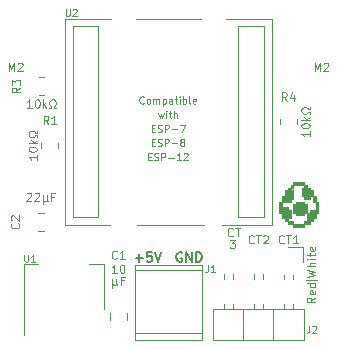
<source format=gto>
G04 #@! TF.GenerationSoftware,KiCad,Pcbnew,(6.0.2)*
G04 #@! TF.CreationDate,2022-09-28T01:57:45+02:00*
G04 #@! TF.ProjectId,Tiny-Power-Meter,54696e79-2d50-46f7-9765-722d4d657465,rev?*
G04 #@! TF.SameCoordinates,Original*
G04 #@! TF.FileFunction,Legend,Top*
G04 #@! TF.FilePolarity,Positive*
%FSLAX46Y46*%
G04 Gerber Fmt 4.6, Leading zero omitted, Abs format (unit mm)*
G04 Created by KiCad (PCBNEW (6.0.2)) date 2022-09-28 01:57:45*
%MOMM*%
%LPD*%
G01*
G04 APERTURE LIST*
%ADD10C,0.120000*%
%ADD11C,0.150000*%
%ADD12C,0.110000*%
%ADD13C,0.100000*%
%ADD14C,0.010000*%
G04 APERTURE END LIST*
D10*
X161675000Y-91200000D02*
X162625000Y-91200000D01*
D11*
X151190476Y-88900000D02*
X151114285Y-88861904D01*
X151000000Y-88861904D01*
X150885714Y-88900000D01*
X150809523Y-88976190D01*
X150771428Y-89052380D01*
X150733333Y-89204761D01*
X150733333Y-89319047D01*
X150771428Y-89471428D01*
X150809523Y-89547619D01*
X150885714Y-89623809D01*
X151000000Y-89661904D01*
X151076190Y-89661904D01*
X151190476Y-89623809D01*
X151228571Y-89585714D01*
X151228571Y-89319047D01*
X151076190Y-89319047D01*
X151571428Y-89661904D02*
X151571428Y-88861904D01*
X152028571Y-89661904D01*
X152028571Y-88861904D01*
X152409523Y-89661904D02*
X152409523Y-88861904D01*
X152600000Y-88861904D01*
X152714285Y-88900000D01*
X152790476Y-88976190D01*
X152828571Y-89052380D01*
X152866666Y-89204761D01*
X152866666Y-89319047D01*
X152828571Y-89471428D01*
X152790476Y-89547619D01*
X152714285Y-89623809D01*
X152600000Y-89661904D01*
X152409523Y-89661904D01*
X147271428Y-89357142D02*
X147880952Y-89357142D01*
X147576190Y-89661904D02*
X147576190Y-89052380D01*
X148642857Y-88861904D02*
X148261904Y-88861904D01*
X148223809Y-89242857D01*
X148261904Y-89204761D01*
X148338095Y-89166666D01*
X148528571Y-89166666D01*
X148604761Y-89204761D01*
X148642857Y-89242857D01*
X148680952Y-89319047D01*
X148680952Y-89509523D01*
X148642857Y-89585714D01*
X148604761Y-89623809D01*
X148528571Y-89661904D01*
X148338095Y-89661904D01*
X148261904Y-89623809D01*
X148223809Y-89585714D01*
X148909523Y-88861904D02*
X149176190Y-89661904D01*
X149442857Y-88861904D01*
D12*
X148628571Y-79557142D02*
X148828571Y-79557142D01*
X148914285Y-79871428D02*
X148628571Y-79871428D01*
X148628571Y-79271428D01*
X148914285Y-79271428D01*
X149142857Y-79842857D02*
X149228571Y-79871428D01*
X149371428Y-79871428D01*
X149428571Y-79842857D01*
X149457142Y-79814285D01*
X149485714Y-79757142D01*
X149485714Y-79700000D01*
X149457142Y-79642857D01*
X149428571Y-79614285D01*
X149371428Y-79585714D01*
X149257142Y-79557142D01*
X149200000Y-79528571D01*
X149171428Y-79500000D01*
X149142857Y-79442857D01*
X149142857Y-79385714D01*
X149171428Y-79328571D01*
X149200000Y-79300000D01*
X149257142Y-79271428D01*
X149400000Y-79271428D01*
X149485714Y-79300000D01*
X149742857Y-79871428D02*
X149742857Y-79271428D01*
X149971428Y-79271428D01*
X150028571Y-79300000D01*
X150057142Y-79328571D01*
X150085714Y-79385714D01*
X150085714Y-79471428D01*
X150057142Y-79528571D01*
X150028571Y-79557142D01*
X149971428Y-79585714D01*
X149742857Y-79585714D01*
X150342857Y-79642857D02*
X150800000Y-79642857D01*
X151171428Y-79528571D02*
X151114285Y-79500000D01*
X151085714Y-79471428D01*
X151057142Y-79414285D01*
X151057142Y-79385714D01*
X151085714Y-79328571D01*
X151114285Y-79300000D01*
X151171428Y-79271428D01*
X151285714Y-79271428D01*
X151342857Y-79300000D01*
X151371428Y-79328571D01*
X151400000Y-79385714D01*
X151400000Y-79414285D01*
X151371428Y-79471428D01*
X151342857Y-79500000D01*
X151285714Y-79528571D01*
X151171428Y-79528571D01*
X151114285Y-79557142D01*
X151085714Y-79585714D01*
X151057142Y-79642857D01*
X151057142Y-79757142D01*
X151085714Y-79814285D01*
X151114285Y-79842857D01*
X151171428Y-79871428D01*
X151285714Y-79871428D01*
X151342857Y-79842857D01*
X151371428Y-79814285D01*
X151400000Y-79757142D01*
X151400000Y-79642857D01*
X151371428Y-79585714D01*
X151342857Y-79557142D01*
X151285714Y-79528571D01*
X149185714Y-77071428D02*
X149300000Y-77471428D01*
X149414285Y-77185714D01*
X149528571Y-77471428D01*
X149642857Y-77071428D01*
X149871428Y-77471428D02*
X149871428Y-77071428D01*
X149871428Y-76871428D02*
X149842857Y-76900000D01*
X149871428Y-76928571D01*
X149900000Y-76900000D01*
X149871428Y-76871428D01*
X149871428Y-76928571D01*
X150071428Y-77071428D02*
X150300000Y-77071428D01*
X150157142Y-76871428D02*
X150157142Y-77385714D01*
X150185714Y-77442857D01*
X150242857Y-77471428D01*
X150300000Y-77471428D01*
X150500000Y-77471428D02*
X150500000Y-76871428D01*
X150757142Y-77471428D02*
X150757142Y-77157142D01*
X150728571Y-77100000D01*
X150671428Y-77071428D01*
X150585714Y-77071428D01*
X150528571Y-77100000D01*
X150500000Y-77128571D01*
X148628571Y-78357142D02*
X148828571Y-78357142D01*
X148914285Y-78671428D02*
X148628571Y-78671428D01*
X148628571Y-78071428D01*
X148914285Y-78071428D01*
X149142857Y-78642857D02*
X149228571Y-78671428D01*
X149371428Y-78671428D01*
X149428571Y-78642857D01*
X149457142Y-78614285D01*
X149485714Y-78557142D01*
X149485714Y-78500000D01*
X149457142Y-78442857D01*
X149428571Y-78414285D01*
X149371428Y-78385714D01*
X149257142Y-78357142D01*
X149200000Y-78328571D01*
X149171428Y-78300000D01*
X149142857Y-78242857D01*
X149142857Y-78185714D01*
X149171428Y-78128571D01*
X149200000Y-78100000D01*
X149257142Y-78071428D01*
X149400000Y-78071428D01*
X149485714Y-78100000D01*
X149742857Y-78671428D02*
X149742857Y-78071428D01*
X149971428Y-78071428D01*
X150028571Y-78100000D01*
X150057142Y-78128571D01*
X150085714Y-78185714D01*
X150085714Y-78271428D01*
X150057142Y-78328571D01*
X150028571Y-78357142D01*
X149971428Y-78385714D01*
X149742857Y-78385714D01*
X150342857Y-78442857D02*
X150800000Y-78442857D01*
X151028571Y-78071428D02*
X151428571Y-78071428D01*
X151171428Y-78671428D01*
X148342857Y-80757142D02*
X148542857Y-80757142D01*
X148628571Y-81071428D02*
X148342857Y-81071428D01*
X148342857Y-80471428D01*
X148628571Y-80471428D01*
X148857142Y-81042857D02*
X148942857Y-81071428D01*
X149085714Y-81071428D01*
X149142857Y-81042857D01*
X149171428Y-81014285D01*
X149200000Y-80957142D01*
X149200000Y-80900000D01*
X149171428Y-80842857D01*
X149142857Y-80814285D01*
X149085714Y-80785714D01*
X148971428Y-80757142D01*
X148914285Y-80728571D01*
X148885714Y-80700000D01*
X148857142Y-80642857D01*
X148857142Y-80585714D01*
X148885714Y-80528571D01*
X148914285Y-80500000D01*
X148971428Y-80471428D01*
X149114285Y-80471428D01*
X149200000Y-80500000D01*
X149457142Y-81071428D02*
X149457142Y-80471428D01*
X149685714Y-80471428D01*
X149742857Y-80500000D01*
X149771428Y-80528571D01*
X149800000Y-80585714D01*
X149800000Y-80671428D01*
X149771428Y-80728571D01*
X149742857Y-80757142D01*
X149685714Y-80785714D01*
X149457142Y-80785714D01*
X150057142Y-80842857D02*
X150514285Y-80842857D01*
X151114285Y-81071428D02*
X150771428Y-81071428D01*
X150942857Y-81071428D02*
X150942857Y-80471428D01*
X150885714Y-80557142D01*
X150828571Y-80614285D01*
X150771428Y-80642857D01*
X151342857Y-80528571D02*
X151371428Y-80500000D01*
X151428571Y-80471428D01*
X151571428Y-80471428D01*
X151628571Y-80500000D01*
X151657142Y-80528571D01*
X151685714Y-80585714D01*
X151685714Y-80642857D01*
X151657142Y-80728571D01*
X151314285Y-81071428D01*
X151685714Y-81071428D01*
X147971428Y-76214285D02*
X147942857Y-76242857D01*
X147857142Y-76271428D01*
X147800000Y-76271428D01*
X147714285Y-76242857D01*
X147657142Y-76185714D01*
X147628571Y-76128571D01*
X147600000Y-76014285D01*
X147600000Y-75928571D01*
X147628571Y-75814285D01*
X147657142Y-75757142D01*
X147714285Y-75700000D01*
X147800000Y-75671428D01*
X147857142Y-75671428D01*
X147942857Y-75700000D01*
X147971428Y-75728571D01*
X148314285Y-76271428D02*
X148257142Y-76242857D01*
X148228571Y-76214285D01*
X148200000Y-76157142D01*
X148200000Y-75985714D01*
X148228571Y-75928571D01*
X148257142Y-75900000D01*
X148314285Y-75871428D01*
X148400000Y-75871428D01*
X148457142Y-75900000D01*
X148485714Y-75928571D01*
X148514285Y-75985714D01*
X148514285Y-76157142D01*
X148485714Y-76214285D01*
X148457142Y-76242857D01*
X148400000Y-76271428D01*
X148314285Y-76271428D01*
X148771428Y-76271428D02*
X148771428Y-75871428D01*
X148771428Y-75928571D02*
X148800000Y-75900000D01*
X148857142Y-75871428D01*
X148942857Y-75871428D01*
X149000000Y-75900000D01*
X149028571Y-75957142D01*
X149028571Y-76271428D01*
X149028571Y-75957142D02*
X149057142Y-75900000D01*
X149114285Y-75871428D01*
X149200000Y-75871428D01*
X149257142Y-75900000D01*
X149285714Y-75957142D01*
X149285714Y-76271428D01*
X149571428Y-75871428D02*
X149571428Y-76471428D01*
X149571428Y-75900000D02*
X149628571Y-75871428D01*
X149742857Y-75871428D01*
X149800000Y-75900000D01*
X149828571Y-75928571D01*
X149857142Y-75985714D01*
X149857142Y-76157142D01*
X149828571Y-76214285D01*
X149800000Y-76242857D01*
X149742857Y-76271428D01*
X149628571Y-76271428D01*
X149571428Y-76242857D01*
X150371428Y-76271428D02*
X150371428Y-75957142D01*
X150342857Y-75900000D01*
X150285714Y-75871428D01*
X150171428Y-75871428D01*
X150114285Y-75900000D01*
X150371428Y-76242857D02*
X150314285Y-76271428D01*
X150171428Y-76271428D01*
X150114285Y-76242857D01*
X150085714Y-76185714D01*
X150085714Y-76128571D01*
X150114285Y-76071428D01*
X150171428Y-76042857D01*
X150314285Y-76042857D01*
X150371428Y-76014285D01*
X150571428Y-75871428D02*
X150800000Y-75871428D01*
X150657142Y-75671428D02*
X150657142Y-76185714D01*
X150685714Y-76242857D01*
X150742857Y-76271428D01*
X150800000Y-76271428D01*
X151000000Y-76271428D02*
X151000000Y-75871428D01*
X151000000Y-75671428D02*
X150971428Y-75700000D01*
X151000000Y-75728571D01*
X151028571Y-75700000D01*
X151000000Y-75671428D01*
X151000000Y-75728571D01*
X151285714Y-76271428D02*
X151285714Y-75671428D01*
X151285714Y-75900000D02*
X151342857Y-75871428D01*
X151457142Y-75871428D01*
X151514285Y-75900000D01*
X151542857Y-75928571D01*
X151571428Y-75985714D01*
X151571428Y-76157142D01*
X151542857Y-76214285D01*
X151514285Y-76242857D01*
X151457142Y-76271428D01*
X151342857Y-76271428D01*
X151285714Y-76242857D01*
X151914285Y-76271428D02*
X151857142Y-76242857D01*
X151828571Y-76185714D01*
X151828571Y-75671428D01*
X152371428Y-76242857D02*
X152314285Y-76271428D01*
X152200000Y-76271428D01*
X152142857Y-76242857D01*
X152114285Y-76185714D01*
X152114285Y-75957142D01*
X152142857Y-75900000D01*
X152200000Y-75871428D01*
X152314285Y-75871428D01*
X152371428Y-75900000D01*
X152400000Y-75957142D01*
X152400000Y-76014285D01*
X152114285Y-76071428D01*
D10*
X137350000Y-86416666D02*
X137383333Y-86450000D01*
X137416666Y-86550000D01*
X137416666Y-86616666D01*
X137383333Y-86716666D01*
X137316666Y-86783333D01*
X137250000Y-86816666D01*
X137116666Y-86850000D01*
X137016666Y-86850000D01*
X136883333Y-86816666D01*
X136816666Y-86783333D01*
X136750000Y-86716666D01*
X136716666Y-86616666D01*
X136716666Y-86550000D01*
X136750000Y-86450000D01*
X136783333Y-86416666D01*
X136783333Y-86150000D02*
X136750000Y-86116666D01*
X136716666Y-86050000D01*
X136716666Y-85883333D01*
X136750000Y-85816666D01*
X136783333Y-85783333D01*
X136850000Y-85750000D01*
X136916666Y-85750000D01*
X137016666Y-85783333D01*
X137416666Y-86183333D01*
X137416666Y-85750000D01*
X138050000Y-83883333D02*
X138083333Y-83850000D01*
X138150000Y-83816666D01*
X138316666Y-83816666D01*
X138383333Y-83850000D01*
X138416666Y-83883333D01*
X138450000Y-83950000D01*
X138450000Y-84016666D01*
X138416666Y-84116666D01*
X138016666Y-84516666D01*
X138450000Y-84516666D01*
X138716666Y-83883333D02*
X138750000Y-83850000D01*
X138816666Y-83816666D01*
X138983333Y-83816666D01*
X139050000Y-83850000D01*
X139083333Y-83883333D01*
X139116666Y-83950000D01*
X139116666Y-84016666D01*
X139083333Y-84116666D01*
X138683333Y-84516666D01*
X139116666Y-84516666D01*
X139416666Y-84050000D02*
X139416666Y-84750000D01*
X139750000Y-84416666D02*
X139783333Y-84483333D01*
X139850000Y-84516666D01*
X139416666Y-84416666D02*
X139450000Y-84483333D01*
X139516666Y-84516666D01*
X139650000Y-84516666D01*
X139716666Y-84483333D01*
X139750000Y-84416666D01*
X139750000Y-84050000D01*
X140383333Y-84150000D02*
X140150000Y-84150000D01*
X140150000Y-84516666D02*
X140150000Y-83816666D01*
X140483333Y-83816666D01*
X137516666Y-74916666D02*
X137183333Y-75150000D01*
X137516666Y-75316666D02*
X136816666Y-75316666D01*
X136816666Y-75050000D01*
X136850000Y-74983333D01*
X136883333Y-74950000D01*
X136950000Y-74916666D01*
X137050000Y-74916666D01*
X137116666Y-74950000D01*
X137150000Y-74983333D01*
X137183333Y-75050000D01*
X137183333Y-75316666D01*
X136816666Y-74683333D02*
X136816666Y-74250000D01*
X137083333Y-74483333D01*
X137083333Y-74383333D01*
X137116666Y-74316666D01*
X137150000Y-74283333D01*
X137216666Y-74250000D01*
X137383333Y-74250000D01*
X137450000Y-74283333D01*
X137483333Y-74316666D01*
X137516666Y-74383333D01*
X137516666Y-74583333D01*
X137483333Y-74650000D01*
X137450000Y-74683333D01*
X138483333Y-76616666D02*
X138083333Y-76616666D01*
X138283333Y-76616666D02*
X138283333Y-75916666D01*
X138216666Y-76016666D01*
X138150000Y-76083333D01*
X138083333Y-76116666D01*
X138916666Y-75916666D02*
X138983333Y-75916666D01*
X139050000Y-75950000D01*
X139083333Y-75983333D01*
X139116666Y-76050000D01*
X139150000Y-76183333D01*
X139150000Y-76350000D01*
X139116666Y-76483333D01*
X139083333Y-76550000D01*
X139050000Y-76583333D01*
X138983333Y-76616666D01*
X138916666Y-76616666D01*
X138850000Y-76583333D01*
X138816666Y-76550000D01*
X138783333Y-76483333D01*
X138750000Y-76350000D01*
X138750000Y-76183333D01*
X138783333Y-76050000D01*
X138816666Y-75983333D01*
X138850000Y-75950000D01*
X138916666Y-75916666D01*
X139450000Y-76616666D02*
X139450000Y-75916666D01*
X139516666Y-76350000D02*
X139716666Y-76616666D01*
X139716666Y-76150000D02*
X139450000Y-76416666D01*
X139983333Y-76616666D02*
X140150000Y-76616666D01*
X140150000Y-76483333D01*
X140083333Y-76450000D01*
X140016666Y-76383333D01*
X139983333Y-76283333D01*
X139983333Y-76116666D01*
X140016666Y-76016666D01*
X140083333Y-75950000D01*
X140183333Y-75916666D01*
X140316666Y-75916666D01*
X140416666Y-75950000D01*
X140483333Y-76016666D01*
X140516666Y-76116666D01*
X140516666Y-76283333D01*
X140483333Y-76383333D01*
X140416666Y-76450000D01*
X140350000Y-76483333D01*
X140350000Y-76616666D01*
X140516666Y-76616666D01*
X160083333Y-76016666D02*
X159850000Y-75683333D01*
X159683333Y-76016666D02*
X159683333Y-75316666D01*
X159950000Y-75316666D01*
X160016666Y-75350000D01*
X160050000Y-75383333D01*
X160083333Y-75450000D01*
X160083333Y-75550000D01*
X160050000Y-75616666D01*
X160016666Y-75650000D01*
X159950000Y-75683333D01*
X159683333Y-75683333D01*
X160683333Y-75550000D02*
X160683333Y-76016666D01*
X160516666Y-75283333D02*
X160350000Y-75783333D01*
X160783333Y-75783333D01*
X162016666Y-78616666D02*
X162016666Y-79016666D01*
X162016666Y-78816666D02*
X161316666Y-78816666D01*
X161416666Y-78883333D01*
X161483333Y-78950000D01*
X161516666Y-79016666D01*
X161316666Y-78183333D02*
X161316666Y-78116666D01*
X161350000Y-78050000D01*
X161383333Y-78016666D01*
X161450000Y-77983333D01*
X161583333Y-77950000D01*
X161750000Y-77950000D01*
X161883333Y-77983333D01*
X161950000Y-78016666D01*
X161983333Y-78050000D01*
X162016666Y-78116666D01*
X162016666Y-78183333D01*
X161983333Y-78250000D01*
X161950000Y-78283333D01*
X161883333Y-78316666D01*
X161750000Y-78350000D01*
X161583333Y-78350000D01*
X161450000Y-78316666D01*
X161383333Y-78283333D01*
X161350000Y-78250000D01*
X161316666Y-78183333D01*
X162016666Y-77650000D02*
X161316666Y-77650000D01*
X161750000Y-77583333D02*
X162016666Y-77383333D01*
X161550000Y-77383333D02*
X161816666Y-77650000D01*
X162016666Y-77116666D02*
X162016666Y-76950000D01*
X161883333Y-76950000D01*
X161850000Y-77016666D01*
X161783333Y-77083333D01*
X161683333Y-77116666D01*
X161516666Y-77116666D01*
X161416666Y-77083333D01*
X161350000Y-77016666D01*
X161316666Y-76916666D01*
X161316666Y-76783333D01*
X161350000Y-76683333D01*
X161416666Y-76616666D01*
X161516666Y-76583333D01*
X161683333Y-76583333D01*
X161783333Y-76616666D01*
X161850000Y-76683333D01*
X161883333Y-76750000D01*
X162016666Y-76750000D01*
X162016666Y-76583333D01*
X139883333Y-78016666D02*
X139650000Y-77683333D01*
X139483333Y-78016666D02*
X139483333Y-77316666D01*
X139750000Y-77316666D01*
X139816666Y-77350000D01*
X139850000Y-77383333D01*
X139883333Y-77450000D01*
X139883333Y-77550000D01*
X139850000Y-77616666D01*
X139816666Y-77650000D01*
X139750000Y-77683333D01*
X139483333Y-77683333D01*
X140550000Y-78016666D02*
X140150000Y-78016666D01*
X140350000Y-78016666D02*
X140350000Y-77316666D01*
X140283333Y-77416666D01*
X140216666Y-77483333D01*
X140150000Y-77516666D01*
X138916666Y-80616666D02*
X138916666Y-81016666D01*
X138916666Y-80816666D02*
X138216666Y-80816666D01*
X138316666Y-80883333D01*
X138383333Y-80950000D01*
X138416666Y-81016666D01*
X138216666Y-80183333D02*
X138216666Y-80116666D01*
X138250000Y-80050000D01*
X138283333Y-80016666D01*
X138350000Y-79983333D01*
X138483333Y-79950000D01*
X138650000Y-79950000D01*
X138783333Y-79983333D01*
X138850000Y-80016666D01*
X138883333Y-80050000D01*
X138916666Y-80116666D01*
X138916666Y-80183333D01*
X138883333Y-80250000D01*
X138850000Y-80283333D01*
X138783333Y-80316666D01*
X138650000Y-80350000D01*
X138483333Y-80350000D01*
X138350000Y-80316666D01*
X138283333Y-80283333D01*
X138250000Y-80250000D01*
X138216666Y-80183333D01*
X138916666Y-79650000D02*
X138216666Y-79650000D01*
X138650000Y-79583333D02*
X138916666Y-79383333D01*
X138450000Y-79383333D02*
X138716666Y-79650000D01*
X138916666Y-79116666D02*
X138916666Y-78950000D01*
X138783333Y-78950000D01*
X138750000Y-79016666D01*
X138683333Y-79083333D01*
X138583333Y-79116666D01*
X138416666Y-79116666D01*
X138316666Y-79083333D01*
X138250000Y-79016666D01*
X138216666Y-78916666D01*
X138216666Y-78783333D01*
X138250000Y-78683333D01*
X138316666Y-78616666D01*
X138416666Y-78583333D01*
X138583333Y-78583333D01*
X138683333Y-78616666D01*
X138750000Y-78683333D01*
X138783333Y-78750000D01*
X138916666Y-78750000D01*
X138916666Y-78583333D01*
D13*
X137842857Y-89071428D02*
X137842857Y-89557142D01*
X137871428Y-89614285D01*
X137900000Y-89642857D01*
X137957142Y-89671428D01*
X138071428Y-89671428D01*
X138128571Y-89642857D01*
X138157142Y-89614285D01*
X138185714Y-89557142D01*
X138185714Y-89071428D01*
X138785714Y-89671428D02*
X138442857Y-89671428D01*
X138614285Y-89671428D02*
X138614285Y-89071428D01*
X138557142Y-89157142D01*
X138500000Y-89214285D01*
X138442857Y-89242857D01*
X153400000Y-89971428D02*
X153400000Y-90400000D01*
X153371428Y-90485714D01*
X153314285Y-90542857D01*
X153228571Y-90571428D01*
X153171428Y-90571428D01*
X154000000Y-90571428D02*
X153657142Y-90571428D01*
X153828571Y-90571428D02*
X153828571Y-89971428D01*
X153771428Y-90057142D01*
X153714285Y-90114285D01*
X153657142Y-90142857D01*
D10*
X145683333Y-89350000D02*
X145650000Y-89383333D01*
X145550000Y-89416666D01*
X145483333Y-89416666D01*
X145383333Y-89383333D01*
X145316666Y-89316666D01*
X145283333Y-89250000D01*
X145250000Y-89116666D01*
X145250000Y-89016666D01*
X145283333Y-88883333D01*
X145316666Y-88816666D01*
X145383333Y-88750000D01*
X145483333Y-88716666D01*
X145550000Y-88716666D01*
X145650000Y-88750000D01*
X145683333Y-88783333D01*
X146350000Y-89416666D02*
X145950000Y-89416666D01*
X146150000Y-89416666D02*
X146150000Y-88716666D01*
X146083333Y-88816666D01*
X146016666Y-88883333D01*
X145950000Y-88916666D01*
X145666666Y-90616666D02*
X145266666Y-90616666D01*
X145466666Y-90616666D02*
X145466666Y-89916666D01*
X145400000Y-90016666D01*
X145333333Y-90083333D01*
X145266666Y-90116666D01*
X146100000Y-89916666D02*
X146166666Y-89916666D01*
X146233333Y-89950000D01*
X146266666Y-89983333D01*
X146300000Y-90050000D01*
X146333333Y-90183333D01*
X146333333Y-90350000D01*
X146300000Y-90483333D01*
X146266666Y-90550000D01*
X146233333Y-90583333D01*
X146166666Y-90616666D01*
X146100000Y-90616666D01*
X146033333Y-90583333D01*
X146000000Y-90550000D01*
X145966666Y-90483333D01*
X145933333Y-90350000D01*
X145933333Y-90183333D01*
X145966666Y-90050000D01*
X146000000Y-89983333D01*
X146033333Y-89950000D01*
X146100000Y-89916666D01*
X145300000Y-91150000D02*
X145300000Y-91850000D01*
X145633333Y-91516666D02*
X145666666Y-91583333D01*
X145733333Y-91616666D01*
X145300000Y-91516666D02*
X145333333Y-91583333D01*
X145400000Y-91616666D01*
X145533333Y-91616666D01*
X145600000Y-91583333D01*
X145633333Y-91516666D01*
X145633333Y-91150000D01*
X146266666Y-91250000D02*
X146033333Y-91250000D01*
X146033333Y-91616666D02*
X146033333Y-90916666D01*
X146366666Y-90916666D01*
D13*
X141342857Y-68271428D02*
X141342857Y-68757142D01*
X141371428Y-68814285D01*
X141400000Y-68842857D01*
X141457142Y-68871428D01*
X141571428Y-68871428D01*
X141628571Y-68842857D01*
X141657142Y-68814285D01*
X141685714Y-68757142D01*
X141685714Y-68271428D01*
X141942857Y-68328571D02*
X141971428Y-68300000D01*
X142028571Y-68271428D01*
X142171428Y-68271428D01*
X142228571Y-68300000D01*
X142257142Y-68328571D01*
X142285714Y-68385714D01*
X142285714Y-68442857D01*
X142257142Y-68528571D01*
X141914285Y-68871428D01*
X142285714Y-68871428D01*
X161975000Y-95071428D02*
X161975000Y-95500000D01*
X161946428Y-95585714D01*
X161889285Y-95642857D01*
X161803571Y-95671428D01*
X161746428Y-95671428D01*
X162232142Y-95128571D02*
X162260714Y-95100000D01*
X162317857Y-95071428D01*
X162460714Y-95071428D01*
X162517857Y-95100000D01*
X162546428Y-95128571D01*
X162575000Y-95185714D01*
X162575000Y-95242857D01*
X162546428Y-95328571D01*
X162203571Y-95671428D01*
X162575000Y-95671428D01*
D10*
X159816666Y-88050000D02*
X159783333Y-88083333D01*
X159683333Y-88116666D01*
X159616666Y-88116666D01*
X159516666Y-88083333D01*
X159450000Y-88016666D01*
X159416666Y-87950000D01*
X159383333Y-87816666D01*
X159383333Y-87716666D01*
X159416666Y-87583333D01*
X159450000Y-87516666D01*
X159516666Y-87450000D01*
X159616666Y-87416666D01*
X159683333Y-87416666D01*
X159783333Y-87450000D01*
X159816666Y-87483333D01*
X160016666Y-87416666D02*
X160416666Y-87416666D01*
X160216666Y-88116666D02*
X160216666Y-87416666D01*
X161016666Y-88116666D02*
X160616666Y-88116666D01*
X160816666Y-88116666D02*
X160816666Y-87416666D01*
X160750000Y-87516666D01*
X160683333Y-87583333D01*
X160616666Y-87616666D01*
X155266666Y-87816666D02*
X155700000Y-87816666D01*
X155466666Y-88083333D01*
X155566666Y-88083333D01*
X155633333Y-88116666D01*
X155666666Y-88150000D01*
X155700000Y-88216666D01*
X155700000Y-88383333D01*
X155666666Y-88450000D01*
X155633333Y-88483333D01*
X155566666Y-88516666D01*
X155366666Y-88516666D01*
X155300000Y-88483333D01*
X155266666Y-88450000D01*
X162491666Y-92700000D02*
X162158333Y-92933333D01*
X162491666Y-93100000D02*
X161791666Y-93100000D01*
X161791666Y-92833333D01*
X161825000Y-92766666D01*
X161858333Y-92733333D01*
X161925000Y-92700000D01*
X162025000Y-92700000D01*
X162091666Y-92733333D01*
X162125000Y-92766666D01*
X162158333Y-92833333D01*
X162158333Y-93100000D01*
X162458333Y-92133333D02*
X162491666Y-92200000D01*
X162491666Y-92333333D01*
X162458333Y-92400000D01*
X162391666Y-92433333D01*
X162125000Y-92433333D01*
X162058333Y-92400000D01*
X162025000Y-92333333D01*
X162025000Y-92200000D01*
X162058333Y-92133333D01*
X162125000Y-92100000D01*
X162191666Y-92100000D01*
X162258333Y-92433333D01*
X162491666Y-91500000D02*
X161791666Y-91500000D01*
X162458333Y-91500000D02*
X162491666Y-91566666D01*
X162491666Y-91700000D01*
X162458333Y-91766666D01*
X162425000Y-91800000D01*
X162358333Y-91833333D01*
X162158333Y-91833333D01*
X162091666Y-91800000D01*
X162058333Y-91766666D01*
X162025000Y-91700000D01*
X162025000Y-91566666D01*
X162058333Y-91500000D01*
X157276666Y-88050000D02*
X157243333Y-88083333D01*
X157143333Y-88116666D01*
X157076666Y-88116666D01*
X156976666Y-88083333D01*
X156910000Y-88016666D01*
X156876666Y-87950000D01*
X156843333Y-87816666D01*
X156843333Y-87716666D01*
X156876666Y-87583333D01*
X156910000Y-87516666D01*
X156976666Y-87450000D01*
X157076666Y-87416666D01*
X157143333Y-87416666D01*
X157243333Y-87450000D01*
X157276666Y-87483333D01*
X157476666Y-87416666D02*
X157876666Y-87416666D01*
X157676666Y-88116666D02*
X157676666Y-87416666D01*
X158076666Y-87483333D02*
X158110000Y-87450000D01*
X158176666Y-87416666D01*
X158343333Y-87416666D01*
X158410000Y-87450000D01*
X158443333Y-87483333D01*
X158476666Y-87550000D01*
X158476666Y-87616666D01*
X158443333Y-87716666D01*
X158043333Y-88116666D01*
X158476666Y-88116666D01*
X161791666Y-90933333D02*
X162491666Y-90766666D01*
X161991666Y-90633333D01*
X162491666Y-90500000D01*
X161791666Y-90333333D01*
X162491666Y-90066666D02*
X161791666Y-90066666D01*
X162491666Y-89766666D02*
X162125000Y-89766666D01*
X162058333Y-89800000D01*
X162025000Y-89866666D01*
X162025000Y-89966666D01*
X162058333Y-90033333D01*
X162091666Y-90066666D01*
X162491666Y-89433333D02*
X162025000Y-89433333D01*
X161791666Y-89433333D02*
X161825000Y-89466666D01*
X161858333Y-89433333D01*
X161825000Y-89400000D01*
X161791666Y-89433333D01*
X161858333Y-89433333D01*
X162025000Y-89200000D02*
X162025000Y-88933333D01*
X161791666Y-89100000D02*
X162391666Y-89100000D01*
X162458333Y-89066666D01*
X162491666Y-89000000D01*
X162491666Y-88933333D01*
X162458333Y-88433333D02*
X162491666Y-88500000D01*
X162491666Y-88633333D01*
X162458333Y-88700000D01*
X162391666Y-88733333D01*
X162125000Y-88733333D01*
X162058333Y-88700000D01*
X162025000Y-88633333D01*
X162025000Y-88500000D01*
X162058333Y-88433333D01*
X162125000Y-88400000D01*
X162191666Y-88400000D01*
X162258333Y-88733333D01*
X155505000Y-87450000D02*
X155471666Y-87483333D01*
X155371666Y-87516666D01*
X155305000Y-87516666D01*
X155205000Y-87483333D01*
X155138333Y-87416666D01*
X155105000Y-87350000D01*
X155071666Y-87216666D01*
X155071666Y-87116666D01*
X155105000Y-86983333D01*
X155138333Y-86916666D01*
X155205000Y-86850000D01*
X155305000Y-86816666D01*
X155371666Y-86816666D01*
X155471666Y-86850000D01*
X155505000Y-86883333D01*
X155705000Y-86816666D02*
X156105000Y-86816666D01*
X155905000Y-87516666D02*
X155905000Y-86816666D01*
X162433333Y-73516666D02*
X162433333Y-72816666D01*
X162666666Y-73316666D01*
X162900000Y-72816666D01*
X162900000Y-73516666D01*
X163200000Y-72883333D02*
X163233333Y-72850000D01*
X163300000Y-72816666D01*
X163466666Y-72816666D01*
X163533333Y-72850000D01*
X163566666Y-72883333D01*
X163600000Y-72950000D01*
X163600000Y-73016666D01*
X163566666Y-73116666D01*
X163166666Y-73516666D01*
X163600000Y-73516666D01*
X136533333Y-73516666D02*
X136533333Y-72816666D01*
X136766666Y-73316666D01*
X137000000Y-72816666D01*
X137000000Y-73516666D01*
X137300000Y-72883333D02*
X137333333Y-72850000D01*
X137400000Y-72816666D01*
X137566666Y-72816666D01*
X137633333Y-72850000D01*
X137666666Y-72883333D01*
X137700000Y-72950000D01*
X137700000Y-73016666D01*
X137666666Y-73116666D01*
X137266666Y-73516666D01*
X137700000Y-73516666D01*
X139511252Y-87035000D02*
X138988748Y-87035000D01*
X139511252Y-85565000D02*
X138988748Y-85565000D01*
X139072936Y-74065000D02*
X139527064Y-74065000D01*
X139072936Y-75535000D02*
X139527064Y-75535000D01*
X159465000Y-78027064D02*
X159465000Y-77572936D01*
X160935000Y-78027064D02*
X160935000Y-77572936D01*
X140735000Y-80027064D02*
X140735000Y-79572936D01*
X139265000Y-80027064D02*
X139265000Y-79572936D01*
X144610000Y-93650000D02*
X144610000Y-89890000D01*
X144610000Y-89890000D02*
X143350000Y-89890000D01*
X137790000Y-89890000D02*
X139050000Y-89890000D01*
X137790000Y-95900000D02*
X137790000Y-89890000D01*
X147240000Y-90400000D02*
X152900000Y-90400000D01*
X147240000Y-95700000D02*
X152900000Y-95700000D01*
X147240000Y-89940000D02*
X152900000Y-89940000D01*
X147240000Y-89940000D02*
X147240000Y-96260000D01*
X152900000Y-89940000D02*
X152900000Y-96260000D01*
X147240000Y-96260000D02*
X152900000Y-96260000D01*
X145065000Y-94561252D02*
X145065000Y-94038748D01*
X146535000Y-94561252D02*
X146535000Y-94038748D01*
X152795000Y-69080000D02*
X147295000Y-69080000D01*
X155985000Y-69700500D02*
X155985000Y-85840000D01*
X144105000Y-69700500D02*
X144105000Y-85840000D01*
X145195000Y-69080000D02*
X141295000Y-69080000D01*
X155985000Y-85840000D02*
X158105000Y-85840000D01*
X155985000Y-69700500D02*
X158105000Y-69700500D01*
X158795000Y-86530000D02*
X158795000Y-69080000D01*
X141985000Y-85840000D02*
X144105000Y-85840000D01*
X158795000Y-86530000D02*
X154595000Y-86530000D01*
X158795000Y-69080000D02*
X154895000Y-69080000D01*
X145095000Y-86530000D02*
X141295000Y-86530000D01*
X141295000Y-86530000D02*
X141295000Y-69080000D01*
X153095000Y-86530000D02*
X147395000Y-86530000D01*
X158105000Y-69700500D02*
X158105000Y-85840000D01*
X141985000Y-69700500D02*
X144105000Y-69700500D01*
X141985000Y-69700500D02*
X141985000Y-85840000D01*
D14*
X160630100Y-83396650D02*
X160395150Y-83396650D01*
X160395150Y-83396650D02*
X160395150Y-83161700D01*
X160395150Y-83161700D02*
X160630100Y-83161700D01*
X160630100Y-83161700D02*
X160630100Y-83396650D01*
X160630100Y-83396650D02*
X160630100Y-83396650D01*
G36*
X160630100Y-83396650D02*
G01*
X160395150Y-83396650D01*
X160395150Y-83161700D01*
X160630100Y-83161700D01*
X160630100Y-83396650D01*
G37*
X160630100Y-83396650D02*
X160395150Y-83396650D01*
X160395150Y-83161700D01*
X160630100Y-83161700D01*
X160630100Y-83396650D01*
X160395150Y-83631600D02*
X160630100Y-83631600D01*
X160630100Y-83631600D02*
X160630100Y-84336450D01*
X160630100Y-84336450D02*
X160395150Y-84336450D01*
X160395150Y-84336450D02*
X160395150Y-84571400D01*
X160395150Y-84571400D02*
X159690300Y-84571400D01*
X159690300Y-84571400D02*
X159690300Y-84101500D01*
X159690300Y-84101500D02*
X159925250Y-84101500D01*
X159925250Y-84101500D02*
X159925250Y-83631600D01*
X159925250Y-83631600D02*
X160160200Y-83631600D01*
X160160200Y-83631600D02*
X160160200Y-83396650D01*
X160160200Y-83396650D02*
X160395150Y-83396650D01*
X160395150Y-83396650D02*
X160395150Y-83631600D01*
X160395150Y-83631600D02*
X160395150Y-83631600D01*
G36*
X160395150Y-83631600D02*
G01*
X160630100Y-83631600D01*
X160630100Y-84336450D01*
X160395150Y-84336450D01*
X160395150Y-84571400D01*
X159690300Y-84571400D01*
X159690300Y-84101500D01*
X159925250Y-84101500D01*
X159925250Y-83631600D01*
X160160200Y-83631600D01*
X160160200Y-83396650D01*
X160395150Y-83396650D01*
X160395150Y-83631600D01*
G37*
X160395150Y-83631600D02*
X160630100Y-83631600D01*
X160630100Y-84336450D01*
X160395150Y-84336450D01*
X160395150Y-84571400D01*
X159690300Y-84571400D01*
X159690300Y-84101500D01*
X159925250Y-84101500D01*
X159925250Y-83631600D01*
X160160200Y-83631600D01*
X160160200Y-83396650D01*
X160395150Y-83396650D01*
X160395150Y-83631600D01*
X160630100Y-86451000D02*
X160160200Y-86451000D01*
X160160200Y-86451000D02*
X160160200Y-86216050D01*
X160160200Y-86216050D02*
X160630100Y-86216050D01*
X160630100Y-86216050D02*
X160630100Y-86451000D01*
X160630100Y-86451000D02*
X160630100Y-86451000D01*
G36*
X160630100Y-86451000D02*
G01*
X160160200Y-86451000D01*
X160160200Y-86216050D01*
X160630100Y-86216050D01*
X160630100Y-86451000D01*
G37*
X160630100Y-86451000D02*
X160160200Y-86451000D01*
X160160200Y-86216050D01*
X160630100Y-86216050D01*
X160630100Y-86451000D01*
X161569900Y-86685950D02*
X160630100Y-86685950D01*
X160630100Y-86685950D02*
X160630100Y-86451000D01*
X160630100Y-86451000D02*
X161569900Y-86451000D01*
X161569900Y-86451000D02*
X161569900Y-86685950D01*
X161569900Y-86685950D02*
X161569900Y-86685950D01*
G36*
X161569900Y-86685950D02*
G01*
X160630100Y-86685950D01*
X160630100Y-86451000D01*
X161569900Y-86451000D01*
X161569900Y-86685950D01*
G37*
X161569900Y-86685950D02*
X160630100Y-86685950D01*
X160630100Y-86451000D01*
X161569900Y-86451000D01*
X161569900Y-86685950D01*
X161569900Y-84806350D02*
X161804850Y-84806350D01*
X161804850Y-84806350D02*
X161804850Y-85511200D01*
X161804850Y-85511200D02*
X161569900Y-85511200D01*
X161569900Y-85511200D02*
X161569900Y-85746150D01*
X161569900Y-85746150D02*
X160865050Y-85746150D01*
X160865050Y-85746150D02*
X160865050Y-85511200D01*
X160865050Y-85511200D02*
X160630100Y-85511200D01*
X160630100Y-85511200D02*
X160630100Y-84806350D01*
X160630100Y-84806350D02*
X160865050Y-84806350D01*
X160865050Y-84806350D02*
X160865050Y-84571400D01*
X160865050Y-84571400D02*
X161569900Y-84571400D01*
X161569900Y-84571400D02*
X161569900Y-84806350D01*
X161569900Y-84806350D02*
X161569900Y-84806350D01*
G36*
X161569900Y-84806350D02*
G01*
X161804850Y-84806350D01*
X161804850Y-85511200D01*
X161569900Y-85511200D01*
X161569900Y-85746150D01*
X160865050Y-85746150D01*
X160865050Y-85511200D01*
X160630100Y-85511200D01*
X160630100Y-84806350D01*
X160865050Y-84806350D01*
X160865050Y-84571400D01*
X161569900Y-84571400D01*
X161569900Y-84806350D01*
G37*
X161569900Y-84806350D02*
X161804850Y-84806350D01*
X161804850Y-85511200D01*
X161569900Y-85511200D01*
X161569900Y-85746150D01*
X160865050Y-85746150D01*
X160865050Y-85511200D01*
X160630100Y-85511200D01*
X160630100Y-84806350D01*
X160865050Y-84806350D01*
X160865050Y-84571400D01*
X161569900Y-84571400D01*
X161569900Y-84806350D01*
X159690300Y-85041300D02*
X160160200Y-85041300D01*
X160160200Y-85041300D02*
X160160200Y-85276250D01*
X160160200Y-85276250D02*
X160395150Y-85276250D01*
X160395150Y-85276250D02*
X160395150Y-85981100D01*
X160395150Y-85981100D02*
X160160200Y-85981100D01*
X160160200Y-85981100D02*
X160160200Y-86216050D01*
X160160200Y-86216050D02*
X159925250Y-86216050D01*
X159925250Y-86216050D02*
X159925250Y-85981100D01*
X159925250Y-85981100D02*
X159690300Y-85981100D01*
X159690300Y-85981100D02*
X159690300Y-85511200D01*
X159690300Y-85511200D02*
X159455350Y-85511200D01*
X159455350Y-85511200D02*
X159455350Y-84571400D01*
X159455350Y-84571400D02*
X159690300Y-84571400D01*
X159690300Y-84571400D02*
X159690300Y-85041300D01*
X159690300Y-85041300D02*
X159690300Y-85041300D01*
G36*
X159690300Y-85041300D02*
G01*
X160160200Y-85041300D01*
X160160200Y-85276250D01*
X160395150Y-85276250D01*
X160395150Y-85981100D01*
X160160200Y-85981100D01*
X160160200Y-86216050D01*
X159925250Y-86216050D01*
X159925250Y-85981100D01*
X159690300Y-85981100D01*
X159690300Y-85511200D01*
X159455350Y-85511200D01*
X159455350Y-84571400D01*
X159690300Y-84571400D01*
X159690300Y-85041300D01*
G37*
X159690300Y-85041300D02*
X160160200Y-85041300D01*
X160160200Y-85276250D01*
X160395150Y-85276250D01*
X160395150Y-85981100D01*
X160160200Y-85981100D01*
X160160200Y-86216050D01*
X159925250Y-86216050D01*
X159925250Y-85981100D01*
X159690300Y-85981100D01*
X159690300Y-85511200D01*
X159455350Y-85511200D01*
X159455350Y-84571400D01*
X159690300Y-84571400D01*
X159690300Y-85041300D01*
X162744650Y-85511200D02*
X162509700Y-85511200D01*
X162509700Y-85511200D02*
X162509700Y-85981100D01*
X162509700Y-85981100D02*
X162274750Y-85981100D01*
X162274750Y-85981100D02*
X162274750Y-86216050D01*
X162274750Y-86216050D02*
X162039800Y-86216050D01*
X162039800Y-86216050D02*
X162039800Y-86451000D01*
X162039800Y-86451000D02*
X161569900Y-86451000D01*
X161569900Y-86451000D02*
X161569900Y-86216050D01*
X161569900Y-86216050D02*
X161804850Y-86216050D01*
X161804850Y-86216050D02*
X161804850Y-85511200D01*
X161804850Y-85511200D02*
X162039800Y-85511200D01*
X162039800Y-85511200D02*
X162039800Y-85276250D01*
X162039800Y-85276250D02*
X162509700Y-85276250D01*
X162509700Y-85276250D02*
X162509700Y-84571400D01*
X162509700Y-84571400D02*
X162744650Y-84571400D01*
X162744650Y-84571400D02*
X162744650Y-85511200D01*
X162744650Y-85511200D02*
X162744650Y-85511200D01*
G36*
X162744650Y-85511200D02*
G01*
X162509700Y-85511200D01*
X162509700Y-85981100D01*
X162274750Y-85981100D01*
X162274750Y-86216050D01*
X162039800Y-86216050D01*
X162039800Y-86451000D01*
X161569900Y-86451000D01*
X161569900Y-86216050D01*
X161804850Y-86216050D01*
X161804850Y-85511200D01*
X162039800Y-85511200D01*
X162039800Y-85276250D01*
X162509700Y-85276250D01*
X162509700Y-84571400D01*
X162744650Y-84571400D01*
X162744650Y-85511200D01*
G37*
X162744650Y-85511200D02*
X162509700Y-85511200D01*
X162509700Y-85981100D01*
X162274750Y-85981100D01*
X162274750Y-86216050D01*
X162039800Y-86216050D01*
X162039800Y-86451000D01*
X161569900Y-86451000D01*
X161569900Y-86216050D01*
X161804850Y-86216050D01*
X161804850Y-85511200D01*
X162039800Y-85511200D01*
X162039800Y-85276250D01*
X162509700Y-85276250D01*
X162509700Y-84571400D01*
X162744650Y-84571400D01*
X162744650Y-85511200D01*
X162509700Y-84571400D02*
X162274750Y-84571400D01*
X162274750Y-84571400D02*
X162274750Y-84101500D01*
X162274750Y-84101500D02*
X162509700Y-84101500D01*
X162509700Y-84101500D02*
X162509700Y-84571400D01*
X162509700Y-84571400D02*
X162509700Y-84571400D01*
G36*
X162509700Y-84571400D02*
G01*
X162274750Y-84571400D01*
X162274750Y-84101500D01*
X162509700Y-84101500D01*
X162509700Y-84571400D01*
G37*
X162509700Y-84571400D02*
X162274750Y-84571400D01*
X162274750Y-84101500D01*
X162509700Y-84101500D01*
X162509700Y-84571400D01*
X161569900Y-83161700D02*
X160630100Y-83161700D01*
X160630100Y-83161700D02*
X160630100Y-82926750D01*
X160630100Y-82926750D02*
X161569900Y-82926750D01*
X161569900Y-82926750D02*
X161569900Y-83161700D01*
X161569900Y-83161700D02*
X161569900Y-83161700D01*
G36*
X161569900Y-83161700D02*
G01*
X160630100Y-83161700D01*
X160630100Y-82926750D01*
X161569900Y-82926750D01*
X161569900Y-83161700D01*
G37*
X161569900Y-83161700D02*
X160630100Y-83161700D01*
X160630100Y-82926750D01*
X161569900Y-82926750D01*
X161569900Y-83161700D01*
X161804850Y-83396650D02*
X162039800Y-83396650D01*
X162039800Y-83396650D02*
X162039800Y-83631600D01*
X162039800Y-83631600D02*
X162274750Y-83631600D01*
X162274750Y-83631600D02*
X162274750Y-84101500D01*
X162274750Y-84101500D02*
X162039800Y-84101500D01*
X162039800Y-84101500D02*
X162039800Y-84336450D01*
X162039800Y-84336450D02*
X161569900Y-84336450D01*
X161569900Y-84336450D02*
X161569900Y-84101500D01*
X161569900Y-84101500D02*
X161334950Y-84101500D01*
X161334950Y-84101500D02*
X161334950Y-83396650D01*
X161334950Y-83396650D02*
X161569900Y-83396650D01*
X161569900Y-83396650D02*
X161569900Y-83161700D01*
X161569900Y-83161700D02*
X161804850Y-83161700D01*
X161804850Y-83161700D02*
X161804850Y-83396650D01*
X161804850Y-83396650D02*
X161804850Y-83396650D01*
G36*
X161804850Y-83396650D02*
G01*
X162039800Y-83396650D01*
X162039800Y-83631600D01*
X162274750Y-83631600D01*
X162274750Y-84101500D01*
X162039800Y-84101500D01*
X162039800Y-84336450D01*
X161569900Y-84336450D01*
X161569900Y-84101500D01*
X161334950Y-84101500D01*
X161334950Y-83396650D01*
X161569900Y-83396650D01*
X161569900Y-83161700D01*
X161804850Y-83161700D01*
X161804850Y-83396650D01*
G37*
X161804850Y-83396650D02*
X162039800Y-83396650D01*
X162039800Y-83631600D01*
X162274750Y-83631600D01*
X162274750Y-84101500D01*
X162039800Y-84101500D01*
X162039800Y-84336450D01*
X161569900Y-84336450D01*
X161569900Y-84101500D01*
X161334950Y-84101500D01*
X161334950Y-83396650D01*
X161569900Y-83396650D01*
X161569900Y-83161700D01*
X161804850Y-83161700D01*
X161804850Y-83396650D01*
D10*
X153790000Y-93630000D02*
X153790000Y-96290000D01*
X158040000Y-90692929D02*
X158040000Y-91147071D01*
X155500000Y-93232929D02*
X155500000Y-93630000D01*
X158930000Y-93630000D02*
X158930000Y-96290000D01*
X156390000Y-93630000D02*
X156390000Y-96290000D01*
X157280000Y-90692929D02*
X157280000Y-91147071D01*
X159820000Y-90760000D02*
X159820000Y-91147071D01*
X161530000Y-96290000D02*
X161530000Y-93630000D01*
X160200000Y-88380000D02*
X161470000Y-88380000D01*
X161470000Y-88380000D02*
X161470000Y-89650000D01*
X161530000Y-93630000D02*
X153790000Y-93630000D01*
X155500000Y-90692929D02*
X155500000Y-91147071D01*
X154740000Y-90692929D02*
X154740000Y-91147071D01*
X160580000Y-90760000D02*
X160580000Y-91147071D01*
X159820000Y-93232929D02*
X159820000Y-93630000D01*
X154740000Y-93232929D02*
X154740000Y-93630000D01*
X158040000Y-93232929D02*
X158040000Y-93630000D01*
X157280000Y-93232929D02*
X157280000Y-93630000D01*
X160580000Y-93232929D02*
X160580000Y-93630000D01*
X153790000Y-96290000D02*
X161530000Y-96290000D01*
M02*

</source>
